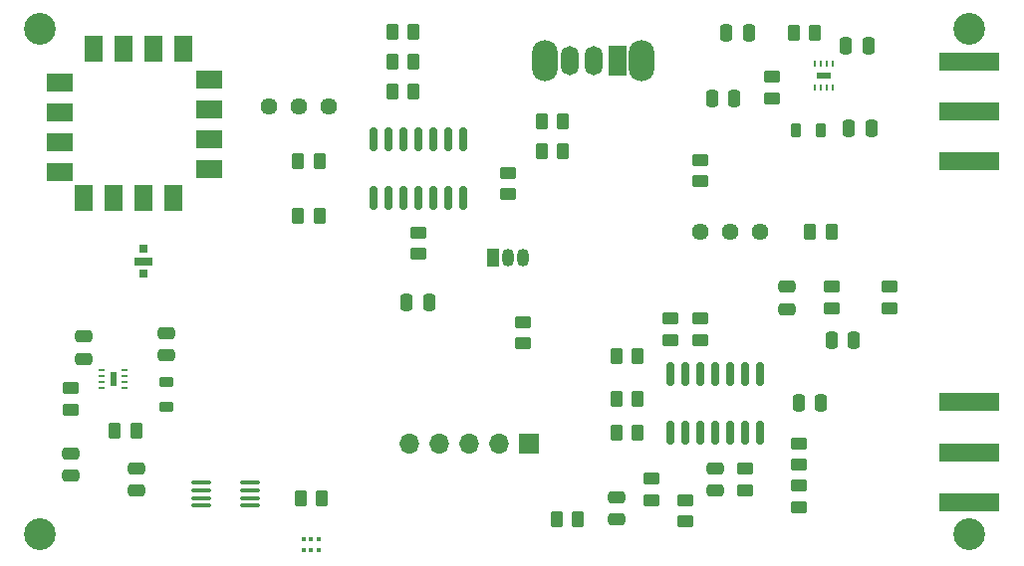
<source format=gbr>
%TF.GenerationSoftware,KiCad,Pcbnew,(6.0.7)*%
%TF.CreationDate,2022-08-18T15:59:35-04:00*%
%TF.ProjectId,RadarProject,52616461-7250-4726-9f6a-6563742e6b69,rev?*%
%TF.SameCoordinates,Original*%
%TF.FileFunction,Soldermask,Top*%
%TF.FilePolarity,Negative*%
%FSLAX46Y46*%
G04 Gerber Fmt 4.6, Leading zero omitted, Abs format (unit mm)*
G04 Created by KiCad (PCBNEW (6.0.7)) date 2022-08-18 15:59:35*
%MOMM*%
%LPD*%
G01*
G04 APERTURE LIST*
G04 Aperture macros list*
%AMRoundRect*
0 Rectangle with rounded corners*
0 $1 Rounding radius*
0 $2 $3 $4 $5 $6 $7 $8 $9 X,Y pos of 4 corners*
0 Add a 4 corners polygon primitive as box body*
4,1,4,$2,$3,$4,$5,$6,$7,$8,$9,$2,$3,0*
0 Add four circle primitives for the rounded corners*
1,1,$1+$1,$2,$3*
1,1,$1+$1,$4,$5*
1,1,$1+$1,$6,$7*
1,1,$1+$1,$8,$9*
0 Add four rect primitives between the rounded corners*
20,1,$1+$1,$2,$3,$4,$5,0*
20,1,$1+$1,$4,$5,$6,$7,0*
20,1,$1+$1,$6,$7,$8,$9,0*
20,1,$1+$1,$8,$9,$2,$3,0*%
G04 Aperture macros list end*
%ADD10R,1.700000X1.700000*%
%ADD11O,1.700000X1.700000*%
%ADD12O,2.200000X3.500000*%
%ADD13R,1.500000X2.500000*%
%ADD14O,1.500000X2.500000*%
%ADD15C,2.700000*%
%ADD16RoundRect,0.250000X-0.262500X-0.450000X0.262500X-0.450000X0.262500X0.450000X-0.262500X0.450000X0*%
%ADD17C,1.440000*%
%ADD18RoundRect,0.100000X0.712500X0.100000X-0.712500X0.100000X-0.712500X-0.100000X0.712500X-0.100000X0*%
%ADD19RoundRect,0.150000X0.150000X-0.825000X0.150000X0.825000X-0.150000X0.825000X-0.150000X-0.825000X0*%
%ADD20RoundRect,0.250000X0.250000X0.475000X-0.250000X0.475000X-0.250000X-0.475000X0.250000X-0.475000X0*%
%ADD21RoundRect,0.250000X0.262500X0.450000X-0.262500X0.450000X-0.262500X-0.450000X0.262500X-0.450000X0*%
%ADD22RoundRect,0.250000X-0.475000X0.250000X-0.475000X-0.250000X0.475000X-0.250000X0.475000X0.250000X0*%
%ADD23RoundRect,0.250000X-0.450000X0.262500X-0.450000X-0.262500X0.450000X-0.262500X0.450000X0.262500X0*%
%ADD24R,0.410000X0.330000*%
%ADD25R,0.250000X0.500000*%
%ADD26R,1.200000X0.600000*%
%ADD27R,5.080000X1.500000*%
%ADD28RoundRect,0.250000X-0.250000X-0.475000X0.250000X-0.475000X0.250000X0.475000X-0.250000X0.475000X0*%
%ADD29RoundRect,0.250000X0.475000X-0.250000X0.475000X0.250000X-0.475000X0.250000X-0.475000X-0.250000X0*%
%ADD30RoundRect,0.250000X0.450000X-0.262500X0.450000X0.262500X-0.450000X0.262500X-0.450000X-0.262500X0*%
%ADD31R,1.050000X1.500000*%
%ADD32O,1.050000X1.500000*%
%ADD33RoundRect,0.218750X-0.218750X-0.381250X0.218750X-0.381250X0.218750X0.381250X-0.218750X0.381250X0*%
%ADD34RoundRect,0.218750X0.381250X-0.218750X0.381250X0.218750X-0.381250X0.218750X-0.381250X-0.218750X0*%
%ADD35R,0.500000X0.250000*%
%ADD36R,0.600000X1.200000*%
%ADD37R,0.762000X0.762000*%
%ADD38R,1.520000X0.635000*%
%ADD39R,2.286000X1.524000*%
%ADD40R,1.524000X2.286000*%
G04 APERTURE END LIST*
D10*
%TO.C,J3*%
X64570000Y-58320000D03*
D11*
X62030000Y-58320000D03*
X59490000Y-58320000D03*
X56950000Y-58320000D03*
X54410000Y-58320000D03*
%TD*%
D12*
%TO.C,SW1*%
X65930000Y-25710000D03*
X74130000Y-25710000D03*
D13*
X72030000Y-25710000D03*
D14*
X70030000Y-25710000D03*
X68030000Y-25710000D03*
%TD*%
D15*
%TO.C,H4*%
X102000000Y-23000000D03*
%TD*%
%TO.C,H3*%
X23000000Y-66000000D03*
%TD*%
%TO.C,H2*%
X102000000Y-66000000D03*
%TD*%
%TO.C,H1*%
X23000000Y-23000000D03*
%TD*%
D16*
%TO.C,R16*%
X52917500Y-28317500D03*
X54742500Y-28317500D03*
%TD*%
D17*
%TO.C,RV1*%
X47480000Y-29587500D03*
X44940000Y-29587500D03*
X42400000Y-29587500D03*
%TD*%
D18*
%TO.C,U6*%
X40862500Y-63565000D03*
X40862500Y-62915000D03*
X40862500Y-62265000D03*
X40862500Y-61615000D03*
X36637500Y-61615000D03*
X36637500Y-62265000D03*
X36637500Y-62915000D03*
X36637500Y-63565000D03*
%TD*%
D19*
%TO.C,U8*%
X76570000Y-52392500D03*
X77840000Y-52392500D03*
X79110000Y-52392500D03*
X80380000Y-52392500D03*
X81650000Y-52392500D03*
X82920000Y-52392500D03*
X84190000Y-52392500D03*
X84190000Y-57342500D03*
X82920000Y-57342500D03*
X81650000Y-57342500D03*
X80380000Y-57342500D03*
X79110000Y-57342500D03*
X77840000Y-57342500D03*
X76570000Y-57342500D03*
%TD*%
D16*
%TO.C,R9*%
X44930000Y-34207500D03*
X46755000Y-34207500D03*
%TD*%
D20*
%TO.C,C4*%
X93400000Y-24430000D03*
X91500000Y-24430000D03*
%TD*%
D21*
%TO.C,R26*%
X66867500Y-64737500D03*
X68692500Y-64737500D03*
%TD*%
%TO.C,R29*%
X67442500Y-30857500D03*
X65617500Y-30857500D03*
%TD*%
D22*
%TO.C,C2*%
X26686250Y-51050000D03*
X26686250Y-49150000D03*
%TD*%
D23*
%TO.C,R6*%
X79110000Y-35970000D03*
X79110000Y-34145000D03*
%TD*%
D20*
%TO.C,C9*%
X87460000Y-54827500D03*
X89360000Y-54827500D03*
%TD*%
D23*
%TO.C,R14*%
X90270000Y-46740000D03*
X90270000Y-44915000D03*
%TD*%
D24*
%TO.C,U2*%
X46682500Y-67381250D03*
X46022500Y-67381250D03*
X45362500Y-67381250D03*
X45362500Y-66391250D03*
X46022500Y-66391250D03*
X46682500Y-66391250D03*
%TD*%
D25*
%TO.C,U4*%
X88855000Y-25940000D03*
X89355000Y-25940000D03*
X89855000Y-25940000D03*
X90355000Y-25940000D03*
X90355000Y-27940000D03*
X89855000Y-27940000D03*
X89355000Y-27940000D03*
X88855000Y-27940000D03*
D26*
X89605000Y-26940000D03*
%TD*%
D23*
%TO.C,R13*%
X95190000Y-46760000D03*
X95190000Y-44935000D03*
%TD*%
D19*
%TO.C,U7*%
X51290000Y-37335000D03*
X52560000Y-37335000D03*
X53830000Y-37335000D03*
X55100000Y-37335000D03*
X56370000Y-37335000D03*
X57640000Y-37335000D03*
X58910000Y-37335000D03*
X58910000Y-32385000D03*
X57640000Y-32385000D03*
X56370000Y-32385000D03*
X55100000Y-32385000D03*
X53830000Y-32385000D03*
X52560000Y-32385000D03*
X51290000Y-32385000D03*
%TD*%
D22*
%TO.C,C14*%
X80380000Y-62287500D03*
X80380000Y-60387500D03*
%TD*%
D27*
%TO.C,J2*%
X102000000Y-63250000D03*
X102000000Y-54750000D03*
X102000000Y-59000000D03*
%TD*%
%TO.C,J1*%
X102000000Y-34250000D03*
X102000000Y-25750000D03*
X102000000Y-30000000D03*
%TD*%
D16*
%TO.C,R2*%
X87017500Y-23290000D03*
X88842500Y-23290000D03*
%TD*%
%TO.C,R12*%
X90272500Y-40247500D03*
X88447500Y-40247500D03*
%TD*%
D23*
%TO.C,R24*%
X87470000Y-63662500D03*
X87470000Y-61837500D03*
%TD*%
D16*
%TO.C,R4*%
X31168750Y-57160000D03*
X29343750Y-57160000D03*
%TD*%
D28*
%TO.C,C6*%
X80080000Y-28920000D03*
X81980000Y-28920000D03*
%TD*%
%TO.C,C12*%
X92170000Y-49507500D03*
X90270000Y-49507500D03*
%TD*%
D23*
%TO.C,R15*%
X62720000Y-35217500D03*
X62720000Y-37042500D03*
%TD*%
D16*
%TO.C,R30*%
X67442500Y-33397500D03*
X65617500Y-33397500D03*
%TD*%
D29*
%TO.C,C7*%
X33726250Y-48870000D03*
X33726250Y-50770000D03*
%TD*%
D30*
%TO.C,R17*%
X77840000Y-63085000D03*
X77840000Y-64910000D03*
%TD*%
%TO.C,R20*%
X74990000Y-61265000D03*
X74990000Y-63090000D03*
%TD*%
D16*
%TO.C,R22*%
X73782500Y-54487500D03*
X71957500Y-54487500D03*
%TD*%
D31*
%TO.C,Q1*%
X61450000Y-42480000D03*
D32*
X62720000Y-42480000D03*
X63990000Y-42480000D03*
%TD*%
D16*
%TO.C,R8*%
X44927500Y-38917500D03*
X46752500Y-38917500D03*
%TD*%
D21*
%TO.C,R19*%
X54742500Y-25777500D03*
X52917500Y-25777500D03*
%TD*%
D30*
%TO.C,R7*%
X87460000Y-58245000D03*
X87460000Y-60070000D03*
%TD*%
D33*
%TO.C,L2*%
X87217500Y-31610000D03*
X89342500Y-31610000D03*
%TD*%
D28*
%TO.C,C3*%
X81320000Y-23300000D03*
X83220000Y-23300000D03*
%TD*%
D21*
%TO.C,R18*%
X54742500Y-23237500D03*
X52917500Y-23237500D03*
%TD*%
D23*
%TO.C,R10*%
X63990000Y-47917500D03*
X63990000Y-49742500D03*
%TD*%
D30*
%TO.C,R1*%
X25586250Y-53557500D03*
X25586250Y-55382500D03*
%TD*%
D34*
%TO.C,L1*%
X33726250Y-53047500D03*
X33726250Y-55172500D03*
%TD*%
D17*
%TO.C,RV2*%
X84190000Y-40247500D03*
X81650000Y-40247500D03*
X79110000Y-40247500D03*
%TD*%
D23*
%TO.C,R25*%
X82920000Y-62250000D03*
X82920000Y-60425000D03*
%TD*%
%TO.C,R27*%
X79110000Y-49460000D03*
X79110000Y-47635000D03*
%TD*%
D29*
%TO.C,C10*%
X86480000Y-44917500D03*
X86480000Y-46817500D03*
%TD*%
D35*
%TO.C,U3*%
X28196250Y-53555000D03*
X28196250Y-53055000D03*
X28196250Y-52555000D03*
X28196250Y-52055000D03*
X30196250Y-52055000D03*
X30196250Y-52555000D03*
X30196250Y-53055000D03*
X30196250Y-53555000D03*
D36*
X29196250Y-52805000D03*
%TD*%
D16*
%TO.C,R23*%
X73802500Y-50797500D03*
X71977500Y-50797500D03*
%TD*%
D28*
%TO.C,C8*%
X91720000Y-31480000D03*
X93620000Y-31480000D03*
%TD*%
D37*
%TO.C,U1*%
X31770000Y-41695000D03*
D38*
X31770000Y-42745000D03*
D37*
X31770000Y-43805000D03*
%TD*%
D29*
%TO.C,C5*%
X31156250Y-60360000D03*
X31156250Y-62260000D03*
%TD*%
D28*
%TO.C,C11*%
X54150000Y-46290000D03*
X56050000Y-46290000D03*
%TD*%
D29*
%TO.C,C13*%
X71950000Y-62837500D03*
X71950000Y-64737500D03*
%TD*%
%TO.C,C1*%
X25586250Y-59120000D03*
X25586250Y-61020000D03*
%TD*%
D23*
%TO.C,R5*%
X85220000Y-27067500D03*
X85220000Y-28892500D03*
%TD*%
D16*
%TO.C,R3*%
X45110000Y-62901250D03*
X46935000Y-62901250D03*
%TD*%
D21*
%TO.C,R21*%
X71967500Y-57337500D03*
X73792500Y-57337500D03*
%TD*%
D30*
%TO.C,R28*%
X76550000Y-47645000D03*
X76550000Y-49470000D03*
%TD*%
D39*
%TO.C,U5*%
X24650000Y-27570000D03*
X24650000Y-30110000D03*
X24650000Y-32650000D03*
X24650000Y-35190000D03*
D40*
X26680000Y-37350000D03*
X29220000Y-37350000D03*
X31760000Y-37350000D03*
X34300000Y-37350000D03*
D39*
X37350000Y-32400000D03*
X37350000Y-29860000D03*
X37350000Y-34940000D03*
X37350000Y-27320000D03*
D40*
X35180000Y-24650000D03*
X32640000Y-24650000D03*
X30100000Y-24650000D03*
X27560000Y-24650000D03*
%TD*%
D30*
%TO.C,R11*%
X55100000Y-42122500D03*
X55100000Y-40297500D03*
%TD*%
M02*

</source>
